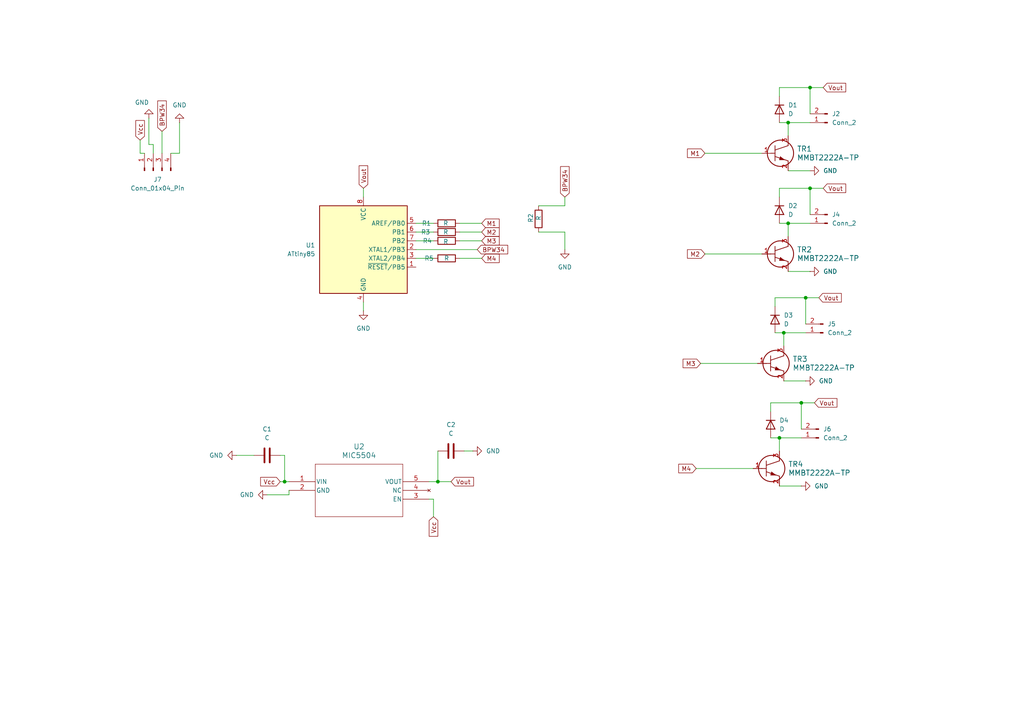
<source format=kicad_sch>
(kicad_sch (version 20231120) (generator "eeschema") (generator_version "8.0")
  (paper "A4")
  (lib_symbols
    (symbol "Connector:Conn_01x02_Pin" (pin_names (offset 1.016) hide)
      (property "Reference" "J" (at 0 2.54 0))
      (property "Value" "Conn_01x02_Pin" (at 0 -5.08 0))
      (symbol "Conn_01x02_Pin_1_1"
        (polyline (pts (xy 1.27 -2.54) (xy 0.8636 -2.54)) (stroke (width 0.1524)))
        (polyline (pts (xy 1.27 0) (xy 0.8636 0)) (stroke (width 0.1524)))
        (rectangle (start 0.8636 -2.413) (end 0 -2.667) (stroke (width 0.1524)) (fill (type outline)))
        (rectangle (start 0.8636 0.127) (end 0 -0.127) (stroke (width 0.1524)) (fill (type outline)))
        (pin passive line (at 5.08 0 180) (length 3.81) (name "Pin_1") (number "1"))
        (pin passive line (at 5.08 -2.54 180) (length 3.81) (name "Pin_2") (number "2"))
      )
    )
    (symbol "Connector:Conn_01x04_Pin" (pin_names (offset 1.016) hide)
      (property "Reference" "J" (at 0 5.08 0))
      (property "Value" "Conn_01x04_Pin" (at 0 -7.62 0))
      (symbol "Conn_01x04_Pin_1_1"
        (polyline (pts (xy 1.27 -5.08) (xy 0.8636 -5.08)) (stroke (width 0.1524)))
        (polyline (pts (xy 1.27 -2.54) (xy 0.8636 -2.54)) (stroke (width 0.1524)))
        (polyline (pts (xy 1.27 0) (xy 0.8636 0)) (stroke (width 0.1524)))
        (polyline (pts (xy 1.27 2.54) (xy 0.8636 2.54)) (stroke (width 0.1524)))
        (rectangle (start 0.8636 -4.953) (end 0 -5.207) (stroke (width 0.1524)) (fill (type outline)))
        (rectangle (start 0.8636 -2.413) (end 0 -2.667) (stroke (width 0.1524)) (fill (type outline)))
        (rectangle (start 0.8636 0.127) (end 0 -0.127) (stroke (width 0.1524)) (fill (type outline)))
        (rectangle (start 0.8636 2.667) (end 0 2.413) (stroke (width 0.1524)) (fill (type outline)))
        (pin passive line (at 5.08 2.54 180) (length 3.81) (name "Pin_1") (number "1"))
        (pin passive line (at 5.08 0 180) (length 3.81) (name "Pin_2") (number "2"))
        (pin passive line (at 5.08 -2.54 180) (length 3.81) (name "Pin_3") (number "3"))
        (pin passive line (at 5.08 -5.08 180) (length 3.81) (name "Pin_4") (number "4"))
      )
    )
    (symbol "Device:C" (pin_numbers hide) (pin_names (offset 0.254))
      (property "Reference" "C" (at 0.635 2.54 0))
      (property "Value" "C" (at 0.635 -2.54 0))
      (symbol "C_0_1"
        (polyline (pts (xy -2.032 -0.762) (xy 2.032 -0.762)) (stroke (width 0.508)))
        (polyline (pts (xy -2.032 0.762) (xy 2.032 0.762)) (stroke (width 0.508)))
      )
      (symbol "C_1_1"
        (pin passive line (at 0 3.81 270) (length 2.794) (name "~") (number "1"))
        (pin passive line (at 0 -3.81 90) (length 2.794) (name "~") (number "2"))
      )
    )
    (symbol "Device:D" (pin_numbers hide) (pin_names (offset 1.016) hide)
      (property "Reference" "D" (at 0 2.54 0))
      (property "Value" "D" (at 0 -2.54 0))
      (symbol "D_0_1"
        (polyline (pts (xy -1.27 1.27) (xy -1.27 -1.27)) (stroke (width 0.254)))
        (polyline (pts (xy 1.27 0) (xy -1.27 0)))
        (polyline (pts (xy 1.27 1.27) (xy 1.27 -1.27) (xy -1.27 0) (xy 1.27 1.27)) (stroke (width 0.254)))
      )
      (symbol "D_1_1"
        (pin passive line (at -3.81 0 0) (length 2.54) (name "K") (number "1"))
        (pin passive line (at 3.81 0 180) (length 2.54) (name "A") (number "2"))
      )
    )
    (symbol "Device:R" (pin_numbers hide) (pin_names (offset 0))
      (property "Reference" "R" (at 2.032 0 90))
      (property "Value" "R" (at 0 0 90))
      (symbol "R_0_1"
        (rectangle (start -1.016 -2.54) (end 1.016 2.54) (stroke (width 0.254)))
      )
      (symbol "R_1_1"
        (pin passive line (at 0 3.81 270) (length 1.27) (name "~") (number "1"))
        (pin passive line (at 0 -3.81 90) (length 1.27) (name "~") (number "2"))
      )
    )
    (symbol "MCU_Microchip_ATtiny:ATtiny85-20S"
      (property "Reference" "U" (at -12.7 13.97 0))
      (property "Value" "ATtiny85-20S" (at 2.54 -13.97 0))
      (symbol "ATtiny85-20S_0_1"
        (rectangle (start -12.7 -12.7) (end 12.7 12.7) (stroke (width 0.254)) (fill (type background)))
      )
      (symbol "ATtiny85-20S_1_1"
        (pin bidirectional line (at 15.24 -5.08 180) (length 2.54) (name "~{RESET}/PB5") (number "1"))
        (pin bidirectional line (at 15.24 0 180) (length 2.54) (name "XTAL1/PB3") (number "2"))
        (pin bidirectional line (at 15.24 -2.54 180) (length 2.54) (name "XTAL2/PB4") (number "3"))
        (pin power_in line (at 0 -15.24 90) (length 2.54) (name "GND") (number "4"))
        (pin bidirectional line (at 15.24 7.62 180) (length 2.54) (name "AREF/PB0") (number "5"))
        (pin bidirectional line (at 15.24 5.08 180) (length 2.54) (name "PB1") (number "6"))
        (pin bidirectional line (at 15.24 2.54 180) (length 2.54) (name "PB2") (number "7"))
        (pin power_in line (at 0 15.24 270) (length 2.54) (name "VCC") (number "8"))
      )
    )
    (symbol "MIC5504:MIC5504-3.3YM5-TR" (pin_names (offset 0.254))
      (property "Reference" "U" (at 20.32 10.16 0))
      (property "Value" "MIC5504-3.3YM5-TR" (at 20.32 7.62 0))
      (symbol "MIC5504-3.3YM5-TR_0_1"
        (polyline (pts (xy 7.62 -10.16) (xy 33.02 -10.16)) (stroke (width 0.127)))
        (polyline (pts (xy 7.62 5.08) (xy 7.62 -10.16)) (stroke (width 0.127)))
        (polyline (pts (xy 33.02 -10.16) (xy 33.02 5.08)) (stroke (width 0.127)))
        (polyline (pts (xy 33.02 5.08) (xy 7.62 5.08)) (stroke (width 0.127)))
        (pin input line (at 0 0 0) (length 7.62) (name "VIN") (number "1"))
        (pin power_in line (at 0 -2.54 0) (length 7.62) (name "GND") (number "2"))
        (pin input line (at 40.64 -5.08 180) (length 7.62) (name "EN") (number "3"))
        (pin no_connect line (at 40.64 -2.54 180) (length 7.62) (name "NC") (number "4"))
        (pin output line (at 40.64 0 180) (length 7.62) (name "VOUT") (number "5"))
      )
    )
    (symbol "MMBT2222A:MMBT2222A-TP" (pin_names (offset 0.254))
      (property "Reference" "TR" (at 10.16 2.54 0))
      (property "Value" "MMBT2222A-TP" (at 10.16 -2.54 0))
      (symbol "MMBT2222A-TP_0_1"
        (polyline (pts (xy 2.54 0) (xy 3.81 0)) (stroke (width 0.2032)))
        (polyline (pts (xy 3.81 -2.2098) (xy 3.81 2.2098)) (stroke (width 0.2032)))
        (polyline (pts (xy 3.81 -0.9398) (xy 7.62 -2.2098)) (stroke (width 0.2032)))
        (polyline (pts (xy 3.81 0.9398) (xy 7.62 2.2098)) (stroke (width 0.2032)))
        (polyline (pts (xy 7.62 -2.54) (xy 7.62 -2.2098)) (stroke (width 0.2032)))
        (polyline (pts (xy 7.62 2.2098) (xy 7.62 2.54)) (stroke (width 0.2032)))
        (polyline (pts (xy 5.3848 -0.9398) (xy 5.08 -1.905) (xy 6.6548 -1.905)) (fill (type outline)))
        (circle (center 5.3848 0) (radius 3.81) (stroke (width 0.254)))
        (pin unspecified line (at 0 0 0) (length 2.54) (name "") (number "1"))
        (pin unspecified line (at 7.62 -5.08 90) (length 2.54) (name "") (number "2"))
        (pin unspecified line (at 7.62 5.08 270) (length 2.54) (name "") (number "3"))
      )
    )
    (symbol "power:GND" (power) (pin_numbers hide) (pin_names (offset 0) hide)
      (property "Value" "GND" (at 0 -3.81 0))
      (symbol "GND_0_1"
        (polyline (pts (xy 0 0) (xy 0 -1.27) (xy 1.27 -1.27) (xy 0 -2.54) (xy -1.27 -1.27) (xy 0 -1.27)))
      )
      (symbol "GND_1_1"
        (pin power_in line (at 0 0 270) (length 0) (name "~") (number "1"))
      )
    )
  )
  (junction (at 226.06 127))
  (junction (at 228.6 35.56))
  (junction (at 127 139.7))
  (junction (at 234.95 54.61))
  (junction (at 232.41 116.84))
  (junction (at 228.6 64.77))
  (junction (at 82.55 139.7))
  (junction (at 233.68 86.36))
  (junction (at 234.95 25.4))
  (junction (at 227.33 96.52))
  (wire (pts (xy 77.47 143.51) (xy 83.82 143.51)))
  (wire (pts (xy 234.95 54.61) (xy 234.95 62.23)))
  (wire (pts (xy 234.95 54.61) (xy 238.76 54.61)))
  (wire (pts (xy 228.6 35.56) (xy 228.6 39.37)))
  (wire (pts (xy 232.41 116.84) (xy 236.22 116.84)))
  (wire (pts (xy 43.18 41.91) (xy 44.45 41.91)))
  (wire (pts (xy 127 130.81) (xy 127 139.7)))
  (wire (pts (xy 82.55 132.08) (xy 82.55 139.7)))
  (wire (pts (xy 133.35 64.77) (xy 139.7 64.77)))
  (wire (pts (xy 233.68 86.36) (xy 233.68 93.98)))
  (wire (pts (xy 226.06 57.15) (xy 226.06 54.61)))
  (wire (pts (xy 133.35 69.85) (xy 139.7 69.85)))
  (wire (pts (xy 203.2 105.41) (xy 219.71 105.41)))
  (wire (pts (xy 127 139.7) (xy 130.81 139.7)))
  (wire (pts (xy 44.45 41.91) (xy 44.45 44.45)))
  (wire (pts (xy 234.95 25.4) (xy 234.95 33.02)))
  (wire (pts (xy 226.06 35.56) (xy 228.6 35.56)))
  (wire (pts (xy 40.64 40.64) (xy 40.64 44.45)))
  (wire (pts (xy 201.93 135.89) (xy 218.44 135.89)))
  (wire (pts (xy 226.06 25.4) (xy 234.95 25.4)))
  (wire (pts (xy 52.07 35.56) (xy 52.07 44.45)))
  (wire (pts (xy 234.95 64.77) (xy 228.6 64.77)))
  (wire (pts (xy 81.28 139.7) (xy 82.55 139.7)))
  (wire (pts (xy 204.47 44.45) (xy 220.98 44.45)))
  (wire (pts (xy 163.83 57.15) (xy 163.83 59.69)))
  (wire (pts (xy 133.35 74.93) (xy 139.7 74.93)))
  (wire (pts (xy 125.73 144.78) (xy 125.73 149.86)))
  (wire (pts (xy 134.62 130.81) (xy 137.16 130.81)))
  (wire (pts (xy 234.95 35.56) (xy 228.6 35.56)))
  (wire (pts (xy 82.55 139.7) (xy 83.82 139.7)))
  (wire (pts (xy 224.79 96.52) (xy 227.33 96.52)))
  (wire (pts (xy 226.06 27.94) (xy 226.06 25.4)))
  (wire (pts (xy 227.33 110.49) (xy 233.68 110.49)))
  (wire (pts (xy 204.47 73.66) (xy 220.98 73.66)))
  (wire (pts (xy 234.95 25.4) (xy 238.76 25.4)))
  (wire (pts (xy 227.33 96.52) (xy 227.33 100.33)))
  (wire (pts (xy 156.21 67.31) (xy 163.83 67.31)))
  (wire (pts (xy 83.82 143.51) (xy 83.82 142.24)))
  (wire (pts (xy 233.68 96.52) (xy 227.33 96.52)))
  (wire (pts (xy 46.99 38.1) (xy 46.99 44.45)))
  (wire (pts (xy 224.79 86.36) (xy 233.68 86.36)))
  (wire (pts (xy 120.65 67.31) (xy 125.73 67.31)))
  (wire (pts (xy 43.18 34.29) (xy 43.18 41.91)))
  (wire (pts (xy 232.41 116.84) (xy 232.41 124.46)))
  (wire (pts (xy 226.06 54.61) (xy 234.95 54.61)))
  (wire (pts (xy 105.41 54.61) (xy 105.41 57.15)))
  (wire (pts (xy 226.06 140.97) (xy 232.41 140.97)))
  (wire (pts (xy 156.21 59.69) (xy 163.83 59.69)))
  (wire (pts (xy 233.68 86.36) (xy 237.49 86.36)))
  (wire (pts (xy 228.6 78.74) (xy 234.95 78.74)))
  (wire (pts (xy 223.52 119.38) (xy 223.52 116.84)))
  (wire (pts (xy 232.41 127) (xy 226.06 127)))
  (wire (pts (xy 105.41 87.63) (xy 105.41 90.17)))
  (wire (pts (xy 223.52 116.84) (xy 232.41 116.84)))
  (wire (pts (xy 68.58 132.08) (xy 73.66 132.08)))
  (wire (pts (xy 124.46 144.78) (xy 125.73 144.78)))
  (wire (pts (xy 120.65 64.77) (xy 125.73 64.77)))
  (wire (pts (xy 228.6 49.53) (xy 234.95 49.53)))
  (wire (pts (xy 133.35 67.31) (xy 139.7 67.31)))
  (wire (pts (xy 81.28 132.08) (xy 82.55 132.08)))
  (wire (pts (xy 228.6 64.77) (xy 228.6 68.58)))
  (wire (pts (xy 226.06 127) (xy 226.06 130.81)))
  (wire (pts (xy 120.65 69.85) (xy 125.73 69.85)))
  (wire (pts (xy 120.65 74.93) (xy 125.73 74.93)))
  (wire (pts (xy 223.52 127) (xy 226.06 127)))
  (wire (pts (xy 226.06 64.77) (xy 228.6 64.77)))
  (wire (pts (xy 124.46 139.7) (xy 127 139.7)))
  (wire (pts (xy 224.79 88.9) (xy 224.79 86.36)))
  (wire (pts (xy 40.64 44.45) (xy 41.91 44.45)))
  (wire (pts (xy 120.65 72.39) (xy 138.43 72.39)))
  (wire (pts (xy 52.07 44.45) (xy 49.53 44.45)))
  (wire (pts (xy 163.83 67.31) (xy 163.83 72.39)))
  (global_label "M4" (shape input) (at 139.7 74.93 0) (property "Intersheetrefs" "${INTERSHEET_REFS}" (effects (hide yes))))
  (global_label "Vout" (shape input) (at 238.76 25.4 0) (property "Intersheetrefs" "${INTERSHEET_REFS}" (effects (hide yes))))
  (global_label "BPW34" (shape input) (at 46.99 38.1 90) (property "Intersheetrefs" "${INTERSHEET_REFS}" (effects (hide yes))))
  (global_label "Vout" (shape input) (at 105.41 54.61 90) (property "Intersheetrefs" "${INTERSHEET_REFS}" (effects (hide yes))))
  (global_label "BPW34" (shape input) (at 163.83 57.15 90) (property "Intersheetrefs" "${INTERSHEET_REFS}" (effects (hide yes))))
  (global_label "M1" (shape input) (at 204.47 44.45 180) (property "Intersheetrefs" "${INTERSHEET_REFS}" (effects (hide yes))))
  (global_label "Vout" (shape input) (at 130.81 139.7 0) (property "Intersheetrefs" "${INTERSHEET_REFS}" (effects (hide yes))))
  (global_label "M2" (shape input) (at 204.47 73.66 180) (property "Intersheetrefs" "${INTERSHEET_REFS}" (effects (hide yes))))
  (global_label "Vout" (shape input) (at 237.49 86.36 0) (property "Intersheetrefs" "${INTERSHEET_REFS}" (effects (hide yes))))
  (global_label "Vout" (shape input) (at 238.76 54.61 0) (property "Intersheetrefs" "${INTERSHEET_REFS}" (effects (hide yes))))
  (global_label "M3" (shape input) (at 139.7 69.85 0) (property "Intersheetrefs" "${INTERSHEET_REFS}" (effects (hide yes))))
  (global_label "Vcc" (shape input) (at 125.73 149.86 270) (property "Intersheetrefs" "${INTERSHEET_REFS}" (effects (hide yes))))
  (global_label "Vout" (shape input) (at 236.22 116.84 0) (property "Intersheetrefs" "${INTERSHEET_REFS}" (effects (hide yes))))
  (global_label "M2" (shape input) (at 139.7 67.31 0) (property "Intersheetrefs" "${INTERSHEET_REFS}" (effects (hide yes))))
  (global_label "Vcc" (shape input) (at 40.64 40.64 90) (property "Intersheetrefs" "${INTERSHEET_REFS}" (effects (hide yes))))
  (global_label "Vcc" (shape input) (at 81.28 139.7 180) (property "Intersheetrefs" "${INTERSHEET_REFS}" (effects (hide yes))))
  (global_label "M3" (shape input) (at 203.2 105.41 180) (property "Intersheetrefs" "${INTERSHEET_REFS}" (effects (hide yes))))
  (global_label "BPW34" (shape input) (at 138.43 72.39 0) (property "Intersheetrefs" "${INTERSHEET_REFS}" (effects (hide yes))))
  (global_label "M4" (shape input) (at 201.93 135.89 180) (property "Intersheetrefs" "${INTERSHEET_REFS}" (effects (hide yes))))
  (global_label "M1" (shape input) (at 139.7 64.77 0) (property "Intersheetrefs" "${INTERSHEET_REFS}" (effects (hide yes))))
  (symbol (lib_id "Device:D") (at 224.79 92.71 270) (unit 1)
    (property "Reference" "D3" (at 227.33 91.4399 90) (effects (justify left)))
    (property "Value" "D" (at 227.33 93.9799 90) (effects (justify left)))
    (property "Footprint" "1N4148SMD:SOD123_DIO" (effects (hide yes)))
    (property "Description" "Diode" (effects (hide yes)))
    (property "Sim.Device" "D" (effects (hide yes)))
    (property "Sim.Pins" "1=K 2=A" (effects (hide yes)))
  )
  (symbol (lib_id "Device:D") (at 226.06 60.96 270) (unit 1)
    (property "Reference" "D2" (at 228.6 59.6899 90) (effects (justify left)))
    (property "Value" "D" (at 228.6 62.2299 90) (effects (justify left)))
    (property "Footprint" "1N4148SMD:SOD123_DIO" (effects (hide yes)))
    (property "Description" "Diode" (effects (hide yes)))
    (property "Sim.Device" "D" (effects (hide yes)))
    (property "Sim.Pins" "1=K 2=A" (effects (hide yes)))
  )
  (symbol (lib_id "MMBT2222A:MMBT2222A-TP") (at 220.98 44.45 0) (unit 1)
    (property "Reference" "TR1" (at 231.14 43.1799 0) (effects (font (size 1.524 1.524)) (justify left)))
    (property "Value" "MMBT2222A-TP" (at 231.14 45.7199 0) (effects (font (size 1.524 1.524)) (justify left)))
    (property "Footprint" "MMBT2222A:MTR_MMBT2222A-TP_MCE" (effects (hide yes)))
    (property "Datasheet" "MMBT2222A-TP" (effects (hide yes)))
  )
  (symbol (lib_id "power:GND") (at 43.18 34.29 180) (unit 1)
    (property "Reference" "#PWR08" (effects (hide yes)))
    (property "Value" "GND" (at 39.116 29.718 0) (effects (justify right)))
    (property "Description" "Power symbol creates a global label with name \"GND\" , ground" (effects (hide yes)))
  )
  (symbol (lib_id "Device:R") (at 156.21 63.5 180) (unit 1)
    (property "Reference" "R2" (at 153.924 63.246 90))
    (property "Value" "R" (at 156.21 63.246 90))
    (property "Footprint" "Resistor_SMD:R_0603_1608Metric_Pad0.98x0.95mm_HandSolder" (effects (hide yes)))
    (property "Description" "Resistor" (effects (hide yes)))
  )
  (symbol (lib_id "Device:R") (at 129.54 74.93 90) (unit 1)
    (property "Reference" "R5" (at 124.46 74.93 90))
    (property "Value" "R" (at 129.54 74.93 90))
    (property "Footprint" "Resistor_SMD:R_0603_1608Metric_Pad0.98x0.95mm_HandSolder" (effects (hide yes)))
    (property "Description" "Resistor" (effects (hide yes)))
  )
  (symbol (lib_id "power:GND") (at 137.16 130.81 90) (unit 1)
    (property "Reference" "#PWR06" (effects (hide yes)))
    (property "Value" "GND" (at 140.97 130.8099 90) (effects (justify right)))
    (property "Description" "Power symbol creates a global label with name \"GND\" , ground" (effects (hide yes)))
  )
  (symbol (lib_id "power:GND") (at 163.83 72.39 0) (unit 1)
    (property "Reference" "#PWR07" (effects (hide yes)))
    (property "Value" "GND" (at 163.83 77.47 0))
    (property "Description" "Power symbol creates a global label with name \"GND\" , ground" (effects (hide yes)))
  )
  (symbol (lib_id "MMBT2222A:MMBT2222A-TP") (at 219.71 105.41 0) (unit 1)
    (property "Reference" "TR3" (at 229.87 104.1399 0) (effects (font (size 1.524 1.524)) (justify left)))
    (property "Value" "MMBT2222A-TP" (at 229.87 106.6799 0) (effects (font (size 1.524 1.524)) (justify left)))
    (property "Footprint" "MMBT2222A:MTR_MMBT2222A-TP_MCE" (effects (hide yes)))
    (property "Datasheet" "MMBT2222A-TP" (effects (hide yes)))
  )
  (symbol (lib_id "power:GND") (at 234.95 49.53 90) (unit 1)
    (property "Reference" "#PWR03" (effects (hide yes)))
    (property "Value" "GND" (at 238.76 49.5299 90) (effects (justify right)))
    (property "Description" "Power symbol creates a global label with name \"GND\" , ground" (effects (hide yes)))
  )
  (symbol (lib_id "Device:C") (at 130.81 130.81 90) (unit 1)
    (property "Reference" "C2" (at 130.81 123.19 90))
    (property "Value" "C" (at 130.81 125.73 90))
    (property "Footprint" "Capacitor_SMD:C_0603_1608Metric_Pad1.08x0.95mm_HandSolder" (effects (hide yes)))
    (property "Description" "Unpolarized capacitor" (effects (hide yes)))
  )
  (symbol (lib_id "Device:D") (at 226.06 31.75 270) (unit 1)
    (property "Reference" "D1" (at 228.6 30.4799 90) (effects (justify left)))
    (property "Value" "D" (at 228.6 33.0199 90) (effects (justify left)))
    (property "Footprint" "1N4148SMD:SOD123_DIO" (effects (hide yes)))
    (property "Description" "Diode" (effects (hide yes)))
    (property "Sim.Device" "D" (effects (hide yes)))
    (property "Sim.Pins" "1=K 2=A" (effects (hide yes)))
  )
  (symbol (lib_id "Connector:Conn_01x02_Pin") (at 237.49 127 180) (unit 1)
    (property "Reference" "J6" (at 238.76 124.4599 0) (effects (justify right)))
    (property "Value" "Conn_2" (at 238.76 126.9999 0) (effects (justify right)))
    (property "Footprint" "Connector_PinHeader_2.54mm:PinHeader_1x02_P2.54mm_Vertical" (effects (hide yes)))
    (property "Description" "Generic connector, single row, 01x02, script generated" (effects (hide yes)))
  )
  (symbol (lib_id "power:GND") (at 232.41 140.97 90) (unit 1)
    (property "Reference" "#PWR010" (effects (hide yes)))
    (property "Value" "GND" (at 236.22 140.9699 90) (effects (justify right)))
    (property "Description" "Power symbol creates a global label with name \"GND\" , ground" (effects (hide yes)))
  )
  (symbol (lib_id "Device:R") (at 129.54 69.85 90) (unit 1)
    (property "Reference" "R4" (at 123.952 69.85 90))
    (property "Value" "R" (at 129.286 70.104 90))
    (property "Footprint" "Resistor_SMD:R_0603_1608Metric_Pad0.98x0.95mm_HandSolder" (effects (hide yes)))
    (property "Description" "Resistor" (effects (hide yes)))
  )
  (symbol (lib_id "MMBT2222A:MMBT2222A-TP") (at 220.98 73.66 0) (unit 1)
    (property "Reference" "TR2" (at 231.14 72.3899 0) (effects (font (size 1.524 1.524)) (justify left)))
    (property "Value" "MMBT2222A-TP" (at 231.14 74.9299 0) (effects (font (size 1.524 1.524)) (justify left)))
    (property "Footprint" "MMBT2222A:MTR_MMBT2222A-TP_MCE" (effects (hide yes)))
    (property "Datasheet" "MMBT2222A-TP" (effects (hide yes)))
  )
  (symbol (lib_id "power:GND") (at 52.07 35.56 180) (unit 1)
    (property "Reference" "#PWR011" (effects (hide yes)))
    (property "Value" "GND" (at 52.07 30.48 0))
    (property "Description" "Power symbol creates a global label with name \"GND\" , ground" (effects (hide yes)))
  )
  (symbol (lib_id "Connector:Conn_01x02_Pin") (at 240.03 64.77 180) (unit 1)
    (property "Reference" "J4" (at 241.3 62.2299 0) (effects (justify right)))
    (property "Value" "Conn_2" (at 241.3 64.7699 0) (effects (justify right)))
    (property "Footprint" "Connector_PinHeader_2.54mm:PinHeader_1x02_P2.54mm_Vertical" (effects (hide yes)))
    (property "Description" "Generic connector, single row, 01x02, script generated" (effects (hide yes)))
  )
  (symbol (lib_id "Device:R") (at 129.54 64.77 90) (unit 1)
    (property "Reference" "R1" (at 123.698 64.77 90))
    (property "Value" "R" (at 129.286 64.77 90))
    (property "Footprint" "Resistor_SMD:R_0603_1608Metric_Pad0.98x0.95mm_HandSolder" (effects (hide yes)))
    (property "Description" "Resistor" (effects (hide yes)))
  )
  (symbol (lib_id "Connector:Conn_01x02_Pin") (at 240.03 35.56 180) (unit 1)
    (property "Reference" "J2" (at 241.3 33.0199 0) (effects (justify right)))
    (property "Value" "Conn_2" (at 241.3 35.5599 0) (effects (justify right)))
    (property "Footprint" "Connector_PinHeader_2.54mm:PinHeader_1x02_P2.54mm_Vertical" (effects (hide yes)))
    (property "Description" "Generic connector, single row, 01x02, script generated" (effects (hide yes)))
  )
  (symbol (lib_id "MIC5504:MIC5504-3.3YM5-TR") (at 83.82 139.7 0) (unit 1)
    (property "Reference" "U2" (at 104.14 129.54 0) (effects (font (size 1.524 1.524))))
    (property "Value" "MIC5504" (at 104.14 132.08 0) (effects (font (size 1.524 1.524))))
    (property "Footprint" "Package_TO_SOT_SMD:SOT-23-5" (effects (hide yes)))
    (property "Datasheet" "MIC5504-3.3YM5-TR" (effects (hide yes)))
  )
  (symbol (lib_id "power:GND") (at 105.41 90.17 0) (unit 1)
    (property "Reference" "#PWR01" (effects (hide yes)))
    (property "Value" "GND" (at 105.41 95.25 0))
    (property "Description" "Power symbol creates a global label with name \"GND\" , ground" (effects (hide yes)))
  )
  (symbol (lib_id "Device:D") (at 223.52 123.19 270) (unit 1)
    (property "Reference" "D4" (at 226.06 121.9199 90) (effects (justify left)))
    (property "Value" "D" (at 226.06 124.4599 90) (effects (justify left)))
    (property "Footprint" "1N4148SMD:SOD123_DIO" (effects (hide yes)))
    (property "Description" "Diode" (effects (hide yes)))
    (property "Sim.Device" "D" (effects (hide yes)))
    (property "Sim.Pins" "1=K 2=A" (effects (hide yes)))
  )
  (symbol (lib_id "power:GND") (at 77.47 143.51 270) (unit 1)
    (property "Reference" "#PWR05" (effects (hide yes)))
    (property "Value" "GND" (at 73.66 143.5099 90) (effects (justify right)))
    (property "Description" "Power symbol creates a global label with name \"GND\" , ground" (effects (hide yes)))
  )
  (symbol (lib_id "Connector:Conn_01x02_Pin") (at 238.76 96.52 180) (unit 1)
    (property "Reference" "J5" (at 240.03 93.9799 0) (effects (justify right)))
    (property "Value" "Conn_2" (at 240.03 96.5199 0) (effects (justify right)))
    (property "Footprint" "Connector_PinHeader_2.54mm:PinHeader_1x02_P2.54mm_Vertical" (effects (hide yes)))
    (property "Description" "Generic connector, single row, 01x02, script generated" (effects (hide yes)))
  )
  (symbol (lib_id "Device:R") (at 129.54 67.31 90) (unit 1)
    (property "Reference" "R3" (at 123.444 67.31 90))
    (property "Value" "R" (at 129.286 67.31 90))
    (property "Footprint" "Resistor_SMD:R_0603_1608Metric_Pad0.98x0.95mm_HandSolder" (effects (hide yes)))
    (property "Description" "Resistor" (effects (hide yes)))
  )
  (symbol (lib_id "Device:C") (at 77.47 132.08 90) (unit 1)
    (property "Reference" "C1" (at 77.47 124.46 90))
    (property "Value" "C" (at 77.47 127 90))
    (property "Footprint" "Capacitor_SMD:C_0603_1608Metric_Pad1.08x0.95mm_HandSolder" (effects (hide yes)))
    (property "Description" "Unpolarized capacitor" (effects (hide yes)))
  )
  (symbol (lib_id "Connector:Conn_01x04_Pin") (at 44.45 49.53 90) (unit 1)
    (property "Reference" "J7" (at 45.72 52.07 90))
    (property "Value" "Conn_01x04_Pin" (at 45.72 54.61 90))
    (property "Footprint" "Connector_PinHeader_2.54mm:PinHeader_1x04_P2.54mm_Vertical" (effects (hide yes)))
    (property "Description" "Generic connector, single row, 01x04, script generated" (effects (hide yes)))
  )
  (symbol (lib_id "power:GND") (at 68.58 132.08 270) (unit 1)
    (property "Reference" "#PWR04" (effects (hide yes)))
    (property "Value" "GND" (at 64.77 132.0799 90) (effects (justify right)))
    (property "Description" "Power symbol creates a global label with name \"GND\" , ground" (effects (hide yes)))
  )
  (symbol (lib_id "MMBT2222A:MMBT2222A-TP") (at 218.44 135.89 0) (unit 1)
    (property "Reference" "TR4" (at 228.6 134.6199 0) (effects (font (size 1.524 1.524)) (justify left)))
    (property "Value" "MMBT2222A-TP" (at 228.6 137.1599 0) (effects (font (size 1.524 1.524)) (justify left)))
    (property "Footprint" "MMBT2222A:MTR_MMBT2222A-TP_MCE" (effects (hide yes)))
    (property "Datasheet" "MMBT2222A-TP" (effects (hide yes)))
  )
  (symbol (lib_id "MCU_Microchip_ATtiny:ATtiny85-20S") (at 105.41 72.39 0) (unit 1)
    (property "Reference" "U1" (at 91.44 71.1199 0) (effects (justify right)))
    (property "Value" "ATtiny85" (at 91.44 73.6599 0) (effects (justify right)))
    (property "Footprint" "Package_SO:SOIC-8W_5.3x5.3mm_P1.27mm" (effects (hide yes)))
    (property "Datasheet" "http://ww1.microchip.com/downloads/en/DeviceDoc/atmel-2586-avr-8-bit-microcontroller-attiny25-attiny45-attiny85_datasheet.pdf" (effects (hide yes)))
    (property "Description" "20MHz, 8kB Flash, 512B SRAM, 512B EEPROM, debugWIRE, SOIC-8W" (effects (hide yes)))
  )
  (symbol (lib_id "power:GND") (at 233.68 110.49 90) (unit 1)
    (property "Reference" "#PWR09" (effects (hide yes)))
    (property "Value" "GND" (at 237.49 110.4899 90) (effects (justify right)))
    (property "Description" "Power symbol creates a global label with name \"GND\" , ground" (effects (hide yes)))
  )
  (symbol (lib_id "power:GND") (at 234.95 78.74 90) (unit 1)
    (property "Reference" "#PWR02" (effects (hide yes)))
    (property "Value" "GND" (at 238.76 78.7399 90) (effects (justify right)))
    (property "Description" "Power symbol creates a global label with name \"GND\" , ground" (effects (hide yes)))
  )
)
</source>
